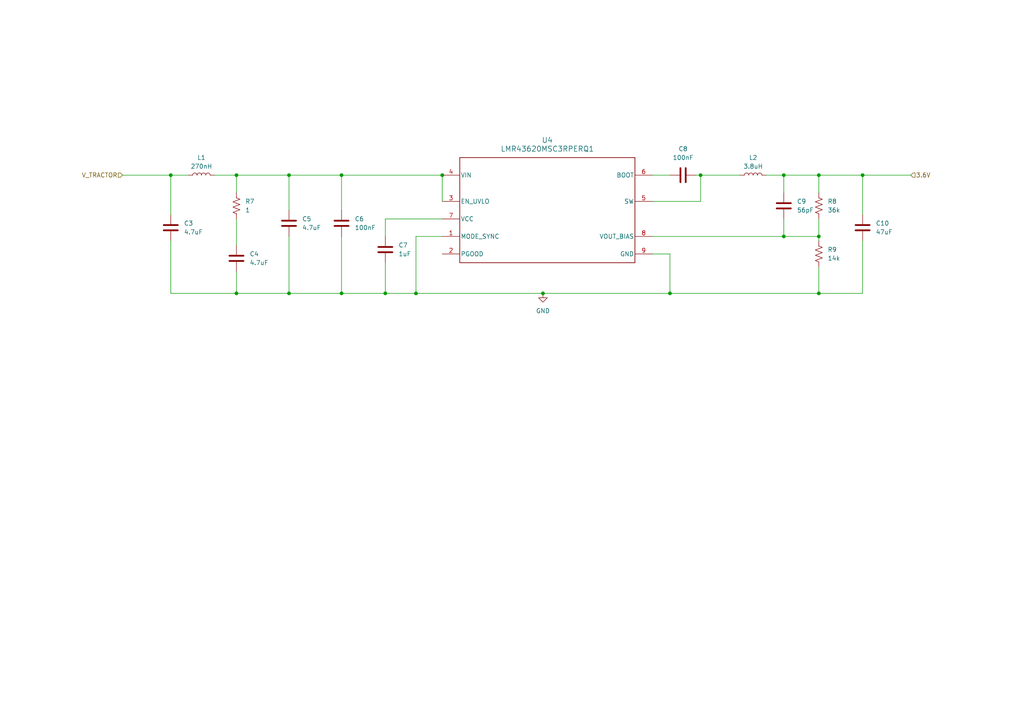
<source format=kicad_sch>
(kicad_sch (version 20250114) (generator "eeschema") (generator_version "9.0")
  (paper "A4")
  (lib_symbols
    (symbol "Device:C" (pin_numbers (hide yes)) (pin_names (offset 0.254))
      (property "Reference" "C" (at 0.635 2.54 0))
      (property "Value" "C" (at 0.635 -2.54 0))
      (symbol "C_0_1"
        (polyline (pts (xy -2.032 0.762) (xy 2.032 0.762)) (stroke (width 0.508)))
        (polyline (pts (xy -2.032 -0.762) (xy 2.032 -0.762)) (stroke (width 0.508)))
      )
      (symbol "C_1_1"
        (pin passive line (at 0 3.81 270) (length 2.794) (name "~") (number "1"))
        (pin passive line (at 0 -3.81 90) (length 2.794) (name "~") (number "2"))
      )
    )
    (symbol "Device:L" (pin_numbers (hide yes)) (pin_names (offset 1.016) (hide yes))
      (property "Reference" "L" (at -1.27 0 90))
      (property "Value" "L" (at 1.905 0 90))
      (symbol "L_0_1"
        (arc (start 0 2.54) (mid 0.6323 1.905) (end 0 1.27))
        (arc (start 0 1.27) (mid 0.6323 0.635) (end 0 0))
        (arc (start 0 0) (mid 0.6323 -0.635) (end 0 -1.27))
        (arc (start 0 -1.27) (mid 0.6323 -1.905) (end 0 -2.54))
      )
      (symbol "L_1_1"
        (pin passive line (at 0 3.81 270) (length 1.27) (name "1") (number "1"))
        (pin passive line (at 0 -3.81 90) (length 1.27) (name "2") (number "2"))
      )
    )
    (symbol "Device:R_US" (pin_numbers (hide yes)) (pin_names (offset 0))
      (property "Reference" "R" (at 2.54 0 90))
      (property "Value" "R_US" (at -2.54 0 90))
      (symbol "R_US_0_1"
        (polyline (pts (xy 0 2.286) (xy 0 2.54)))
        (polyline (pts (xy 0 2.286) (xy 1.016 1.905) (xy 0 1.524) (xy -1.016 1.143) (xy 0 0.762)))
        (polyline (pts (xy 0 0.762) (xy 1.016 0.381) (xy 0 0) (xy -1.016 -0.381) (xy 0 -0.762)))
        (polyline (pts (xy 0 -0.762) (xy 1.016 -1.143) (xy 0 -1.524) (xy -1.016 -1.905) (xy 0 -2.286)))
        (polyline (pts (xy 0 -2.286) (xy 0 -2.54)))
      )
      (symbol "R_US_1_1"
        (pin passive line (at 0 3.81 270) (length 1.27) (name "~") (number "1"))
        (pin passive line (at 0 -3.81 90) (length 1.27) (name "~") (number "2"))
      )
    )
    (symbol "buck_conv:LMR43620MSC3RPERQ1" (pin_names (offset 0.254))
      (property "Reference" "U" (at 0 2.54 0))
      (property "Value" "LMR43620MSC3RPERQ1" (at 0 0 0))
      (symbol "LMR43620MSC3RPERQ1_0_1"
        (polyline (pts (xy 5.08 5.08) (xy 5.08 -25.4)) (stroke (width 0.2032)))
        (polyline (pts (xy 5.08 -25.4) (xy 55.88 -25.4)) (stroke (width 0.2032)))
        (polyline (pts (xy 55.88 5.08) (xy 5.08 5.08)) (stroke (width 0.2032)))
        (polyline (pts (xy 55.88 -25.4) (xy 55.88 5.08)) (stroke (width 0.2032)))
        (pin power_in line (at 0 0 0) (length 5.08) (name "VIN") (number "4"))
        (pin input line (at 0 -7.62 0) (length 5.08) (name "EN_UVLO") (number "3"))
        (pin unspecified line (at 0 -12.7 0) (length 5.08) (name "VCC") (number "7"))
        (pin input line (at 0 -17.78 0) (length 5.08) (name "MODE_SYNC") (number "1"))
        (pin open_collector line (at 0 -22.86 0) (length 5.08) (name "PGOOD") (number "2"))
        (pin unspecified line (at 60.96 0 180) (length 5.08) (name "BOOT") (number "6"))
        (pin unspecified line (at 60.96 -7.62 180) (length 5.08) (name "SW") (number "5"))
        (pin power_in line (at 60.96 -17.78 180) (length 5.08) (name "VOUT_BIAS") (number "8"))
        (pin power_in line (at 60.96 -22.86 180) (length 5.08) (name "GND") (number "9"))
      )
    )
    (symbol "power:GND" (power) (pin_numbers (hide yes)) (pin_names (offset 0) (hide yes))
      (property "Value" "GND" (at 0 -3.81 0))
      (symbol "GND_0_1"
        (polyline (pts (xy 0 0) (xy 0 -1.27) (xy 1.27 -1.27) (xy 0 -2.54) (xy -1.27 -1.27) (xy 0 -1.27)))
      )
      (symbol "GND_1_1"
        (pin power_in line (at 0 0 270) (length 0) (name "~") (number "1"))
      )
    )
  )
  (junction (at 194.31 85.09))
  (junction (at 68.58 85.09))
  (junction (at 49.53 50.8))
  (junction (at 128.27 50.8))
  (junction (at 227.33 68.58))
  (junction (at 68.58 50.8))
  (junction (at 203.2 50.8))
  (junction (at 157.48 85.09))
  (junction (at 99.06 85.09))
  (junction (at 120.65 85.09))
  (junction (at 237.49 85.09))
  (junction (at 99.06 50.8))
  (junction (at 227.33 50.8))
  (junction (at 237.49 50.8))
  (junction (at 111.76 85.09))
  (junction (at 83.82 50.8))
  (junction (at 237.49 68.58))
  (junction (at 250.19 50.8))
  (junction (at 83.82 85.09))
  (wire (pts (xy 68.58 50.8) (xy 83.82 50.8)))
  (wire (pts (xy 237.49 85.09) (xy 194.31 85.09)))
  (wire (pts (xy 99.06 68.58) (xy 99.06 85.09)))
  (wire (pts (xy 120.65 68.58) (xy 120.65 85.09)))
  (wire (pts (xy 128.27 68.58) (xy 120.65 68.58)))
  (wire (pts (xy 111.76 63.5) (xy 111.76 68.58)))
  (wire (pts (xy 83.82 85.09) (xy 99.06 85.09)))
  (wire (pts (xy 250.19 50.8) (xy 250.19 62.23)))
  (wire (pts (xy 111.76 76.2) (xy 111.76 85.09)))
  (wire (pts (xy 227.33 50.8) (xy 227.33 55.88)))
  (wire (pts (xy 227.33 63.5) (xy 227.33 68.58)))
  (wire (pts (xy 194.31 73.66) (xy 189.23 73.66)))
  (wire (pts (xy 203.2 58.42) (xy 203.2 50.8)))
  (wire (pts (xy 189.23 50.8) (xy 194.31 50.8)))
  (wire (pts (xy 237.49 50.8) (xy 227.33 50.8)))
  (wire (pts (xy 194.31 85.09) (xy 194.31 73.66)))
  (wire (pts (xy 250.19 85.09) (xy 237.49 85.09)))
  (wire (pts (xy 68.58 85.09) (xy 83.82 85.09)))
  (wire (pts (xy 203.2 50.8) (xy 214.63 50.8)))
  (wire (pts (xy 189.23 68.58) (xy 227.33 68.58)))
  (wire (pts (xy 237.49 55.88) (xy 237.49 50.8)))
  (wire (pts (xy 237.49 63.5) (xy 237.49 68.58)))
  (wire (pts (xy 35.56 50.8) (xy 49.53 50.8)))
  (wire (pts (xy 237.49 68.58) (xy 237.49 69.85)))
  (wire (pts (xy 49.53 50.8) (xy 49.53 62.23)))
  (wire (pts (xy 237.49 77.47) (xy 237.49 85.09)))
  (wire (pts (xy 54.61 50.8) (xy 49.53 50.8)))
  (wire (pts (xy 62.23 50.8) (xy 68.58 50.8)))
  (wire (pts (xy 128.27 63.5) (xy 111.76 63.5)))
  (wire (pts (xy 120.65 85.09) (xy 111.76 85.09)))
  (wire (pts (xy 128.27 50.8) (xy 128.27 58.42)))
  (wire (pts (xy 49.53 69.85) (xy 49.53 85.09)))
  (wire (pts (xy 120.65 85.09) (xy 157.48 85.09)))
  (wire (pts (xy 83.82 68.58) (xy 83.82 85.09)))
  (wire (pts (xy 189.23 58.42) (xy 203.2 58.42)))
  (wire (pts (xy 250.19 69.85) (xy 250.19 85.09)))
  (wire (pts (xy 68.58 78.74) (xy 68.58 85.09)))
  (wire (pts (xy 201.93 50.8) (xy 203.2 50.8)))
  (wire (pts (xy 250.19 50.8) (xy 264.16 50.8)))
  (wire (pts (xy 99.06 50.8) (xy 99.06 60.96)))
  (wire (pts (xy 227.33 50.8) (xy 222.25 50.8)))
  (wire (pts (xy 83.82 50.8) (xy 83.82 60.96)))
  (wire (pts (xy 83.82 50.8) (xy 99.06 50.8)))
  (wire (pts (xy 227.33 68.58) (xy 237.49 68.58)))
  (wire (pts (xy 99.06 85.09) (xy 111.76 85.09)))
  (wire (pts (xy 157.48 85.09) (xy 194.31 85.09)))
  (wire (pts (xy 68.58 63.5) (xy 68.58 71.12)))
  (wire (pts (xy 68.58 85.09) (xy 49.53 85.09)))
  (wire (pts (xy 68.58 50.8) (xy 68.58 55.88)))
  (wire (pts (xy 237.49 50.8) (xy 250.19 50.8)))
  (wire (pts (xy 99.06 50.8) (xy 128.27 50.8)))
  (hierarchical_label "V_TRACTOR" (shape input) (at 35.56 50.8 180))
  (hierarchical_label "3.6V" (shape input) (at 264.16 50.8 0))
  (symbol (lib_id "Device:C") (at 227.33 59.69 0) (unit 1)
    (property "Reference" "C9" (at 231.14 58.4199 0) (effects (justify left)))
    (property "Value" "56pF" (at 231.14 60.9599 0) (effects (justify left)))
    (property "Description" "Unpolarized capacitor" (effects (hide yes)))
  )
  (symbol (lib_id "Device:R_US") (at 237.49 59.69 180) (unit 1)
    (property "Reference" "R8" (at 240.03 58.4199 0) (effects (justify right)))
    (property "Value" "36k" (at 240.03 60.9599 0) (effects (justify right)))
    (property "Description" "Resistor, US symbol" (effects (hide yes)))
  )
  (symbol (lib_id "Device:R_US") (at 237.49 73.66 180) (unit 1)
    (property "Reference" "R9" (at 240.03 72.3899 0) (effects (justify right)))
    (property "Value" "14k" (at 240.03 74.9299 0) (effects (justify right)))
    (property "Description" "Resistor, US symbol" (effects (hide yes)))
  )
  (symbol (lib_id "Device:R_US") (at 68.58 59.69 180) (unit 1)
    (property "Reference" "R7" (at 71.12 58.4199 0) (effects (justify right)))
    (property "Value" "1" (at 71.12 60.9599 0) (effects (justify right)))
    (property "Description" "Resistor, US symbol" (effects (hide yes)))
  )
  (symbol (lib_id "power:GND") (at 157.48 85.09 0) (unit 1)
    (property "Reference" "#PWR09" (effects (hide yes)))
    (property "Value" "GND" (at 157.48 90.17 0))
    (property "Description" "Power symbol creates a global label with name \"GND\" , ground" (effects (hide yes)))
  )
  (symbol (lib_id "Device:C") (at 83.82 64.77 0) (unit 1)
    (property "Reference" "C5" (at 87.63 63.4999 0) (effects (justify left)))
    (property "Value" "4.7uF" (at 87.63 66.0399 0) (effects (justify left)))
    (property "Description" "Unpolarized capacitor" (effects (hide yes)))
  )
  (symbol (lib_id "Device:C") (at 68.58 74.93 0) (unit 1)
    (property "Reference" "C4" (at 72.39 73.6599 0) (effects (justify left)))
    (property "Value" "4.7uF" (at 72.39 76.1999 0) (effects (justify left)))
    (property "Description" "Unpolarized capacitor" (effects (hide yes)))
  )
  (symbol (lib_id "Device:C") (at 99.06 64.77 0) (unit 1)
    (property "Reference" "C6" (at 102.87 63.4999 0) (effects (justify left)))
    (property "Value" "100nF" (at 102.87 66.0399 0) (effects (justify left)))
    (property "Description" "Unpolarized capacitor" (effects (hide yes)))
  )
  (symbol (lib_id "Device:C") (at 250.19 66.04 0) (unit 1)
    (property "Reference" "C10" (at 254 64.7699 0) (effects (justify left)))
    (property "Value" "47uF" (at 254 67.3099 0) (effects (justify left)))
    (property "Description" "Unpolarized capacitor" (effects (hide yes)))
  )
  (symbol (lib_id "Device:C") (at 198.12 50.8 90) (unit 1)
    (property "Reference" "C8" (at 198.12 43.18 90))
    (property "Value" "100nF" (at 198.12 45.72 90))
    (property "Description" "Unpolarized capacitor" (effects (hide yes)))
  )
  (symbol (lib_id "buck_conv:LMR43620MSC3RPERQ1") (at 128.27 50.8 0) (unit 1)
    (property "Reference" "U4" (at 158.75 40.64 0) (effects (font (size 1.524 1.524))))
    (property "Value" "LMR43620MSC3RPERQ1" (at 158.75 43.18 0) (effects (font (size 1.524 1.524))))
    (property "Footprint" "RPE0009A-MFG" (effects (hide yes)))
    (property "Datasheet" "LMR43620MSC3RPERQ1" (effects (hide yes)))
  )
  (symbol (lib_id "Device:L") (at 58.42 50.8 90) (unit 1)
    (property "Reference" "L1" (at 58.42 45.72 90))
    (property "Value" "270nH" (at 58.42 48.26 90))
    (property "Description" "Inductor" (effects (hide yes)))
  )
  (symbol (lib_id "Device:L") (at 218.44 50.8 90) (unit 1)
    (property "Reference" "L2" (at 218.44 45.72 90))
    (property "Value" "3.8uH" (at 218.44 48.26 90))
    (property "Description" "Inductor" (effects (hide yes)))
  )
  (symbol (lib_id "Device:C") (at 49.53 66.04 0) (unit 1)
    (property "Reference" "C3" (at 53.34 64.7699 0) (effects (justify left)))
    (property "Value" "4.7uF" (at 53.34 67.3099 0) (effects (justify left)))
    (property "Description" "Unpolarized capacitor" (effects (hide yes)))
  )
  (symbol (lib_id "Device:C") (at 111.76 72.39 0) (unit 1)
    (property "Reference" "C7" (at 115.57 71.1199 0) (effects (justify left)))
    (property "Value" "1uF" (at 115.57 73.6599 0) (effects (justify left)))
    (property "Description" "Unpolarized capacitor" (effects (hide yes)))
  )
)
</source>
